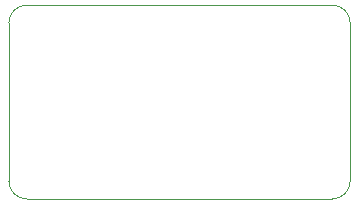
<source format=gm1>
G04 #@! TF.GenerationSoftware,KiCad,Pcbnew,9.0.2*
G04 #@! TF.CreationDate,2025-07-13T18:06:46-04:00*
G04 #@! TF.ProjectId,new-pa-test-board,6e65772d-7061-42d7-9465-73742d626f61,rev?*
G04 #@! TF.SameCoordinates,Original*
G04 #@! TF.FileFunction,Profile,NP*
%FSLAX46Y46*%
G04 Gerber Fmt 4.6, Leading zero omitted, Abs format (unit mm)*
G04 Created by KiCad (PCBNEW 9.0.2) date 2025-07-13 18:06:46*
%MOMM*%
%LPD*%
G01*
G04 APERTURE LIST*
G04 #@! TA.AperFunction,Profile*
%ADD10C,0.050000*%
G04 #@! TD*
G04 APERTURE END LIST*
D10*
X142100000Y-80099999D02*
G75*
G02*
X143600000Y-78600000I1500000J-1D01*
G01*
X143600000Y-95000001D02*
G75*
G02*
X142099999Y-93500001I0J1500001D01*
G01*
X143600000Y-95000001D02*
X169500000Y-95000000D01*
X169500000Y-78600000D02*
X143600000Y-78599999D01*
X169500000Y-78600000D02*
G75*
G02*
X171000000Y-80100000I0J-1500000D01*
G01*
X171000000Y-93500000D02*
G75*
G02*
X169500000Y-95000000I-1500000J0D01*
G01*
X142100000Y-80099999D02*
X142100000Y-93500000D01*
X171000000Y-93500000D02*
X171000000Y-80100000D01*
M02*

</source>
